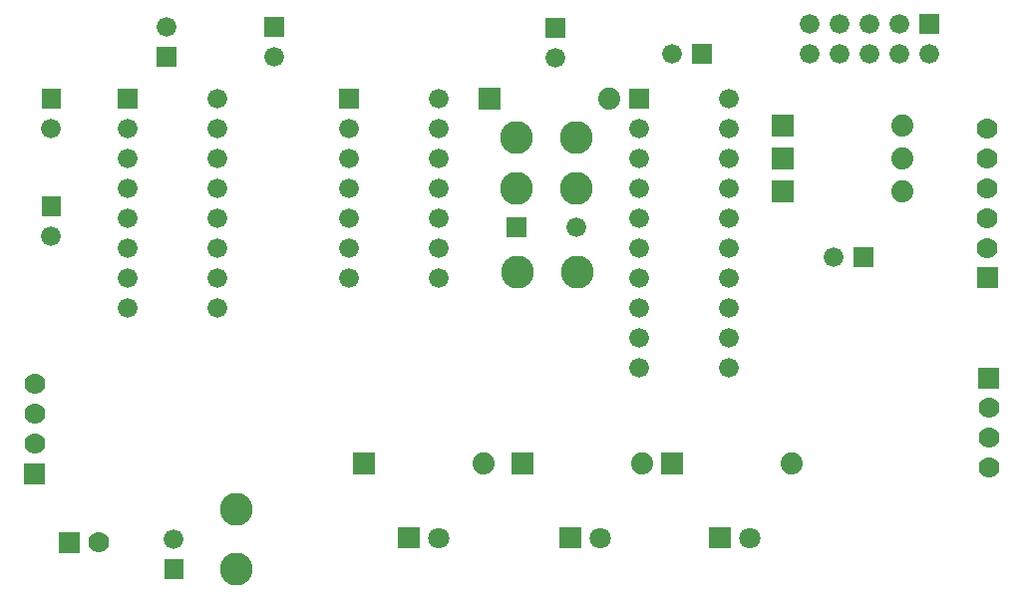
<source format=gbs>
G04 start of page 8 for group -4062 idx -4062 *
G04 Title: (unknown), soldermask *
G04 Creator: pcb 20110918 *
G04 CreationDate: Thu 23 Oct 2014 13:36:36 GMT UTC *
G04 For: ksarkies *
G04 Format: Gerber/RS-274X *
G04 PCB-Dimensions: 350000 210000 *
G04 PCB-Coordinate-Origin: lower left *
%MOIN*%
%FSLAX25Y25*%
%LNBOTTOMMASK*%
%ADD122C,0.0700*%
%ADD121C,0.0710*%
%ADD120C,0.0740*%
%ADD119C,0.0660*%
%ADD118C,0.1100*%
%ADD117C,0.0001*%
G54D117*G36*
X238200Y188800D02*Y182200D01*
X244800D01*
Y188800D01*
X238200D01*
G37*
G54D118*X179500Y140500D03*
X199500D03*
G54D117*G36*
X176200Y130800D02*Y124200D01*
X182800D01*
Y130800D01*
X176200D01*
G37*
G36*
X166800Y174200D02*Y166800D01*
X174200D01*
Y174200D01*
X166800D01*
G37*
G54D119*X153500Y130500D03*
Y140500D03*
Y150500D03*
Y160500D03*
Y170500D03*
G54D118*X179500Y157500D03*
X199500D03*
G54D119*X49500Y140500D03*
Y130500D03*
Y120500D03*
Y110500D03*
Y100500D03*
X79500D03*
Y110500D03*
G54D117*G36*
X20700Y173800D02*Y167200D01*
X27300D01*
Y173800D01*
X20700D01*
G37*
G54D119*X24000Y160500D03*
G54D117*G36*
X20700Y137800D02*Y131200D01*
X27300D01*
Y137800D01*
X20700D01*
G37*
G54D119*X24000Y124500D03*
X79500Y120500D03*
Y130500D03*
Y140500D03*
G54D117*G36*
X46200Y173800D02*Y167200D01*
X52800D01*
Y173800D01*
X46200D01*
G37*
G54D119*X49500Y160500D03*
Y150500D03*
X79500D03*
Y160500D03*
Y170500D03*
G54D117*G36*
X95200Y197800D02*Y191200D01*
X101800D01*
Y197800D01*
X95200D01*
G37*
G54D119*X98500Y184500D03*
G54D117*G36*
X59200Y187800D02*Y181200D01*
X65800D01*
Y187800D01*
X59200D01*
G37*
G54D119*X62500Y194500D03*
G54D117*G36*
X120200Y173800D02*Y167200D01*
X126800D01*
Y173800D01*
X120200D01*
G37*
G54D119*X123500Y160500D03*
Y150500D03*
Y140500D03*
Y130500D03*
Y120500D03*
G54D117*G36*
X177800Y52200D02*Y44800D01*
X185200D01*
Y52200D01*
X177800D01*
G37*
G36*
X124800D02*Y44800D01*
X132200D01*
Y52200D01*
X124800D01*
G37*
G54D120*X168500Y48500D03*
G54D117*G36*
X243950Y27050D02*Y19950D01*
X251050D01*
Y27050D01*
X243950D01*
G37*
G54D121*X257500Y23500D03*
G54D117*G36*
X139950Y27050D02*Y19950D01*
X147050D01*
Y27050D01*
X139950D01*
G37*
G54D121*X153500Y23500D03*
G54D117*G36*
X193950Y27050D02*Y19950D01*
X201050D01*
Y27050D01*
X193950D01*
G37*
G54D121*X207500Y23500D03*
G54D118*X180000Y112500D03*
G54D119*X123500Y110500D03*
X153500D03*
Y120500D03*
G54D117*G36*
X26500Y25500D02*Y18500D01*
X33500D01*
Y25500D01*
X26500D01*
G37*
G54D122*X40000Y22000D03*
G54D117*G36*
X61700Y16300D02*Y9700D01*
X68300D01*
Y16300D01*
X61700D01*
G37*
G54D119*X65000Y23000D03*
G54D117*G36*
X15000Y48500D02*Y41500D01*
X22000D01*
Y48500D01*
X15000D01*
G37*
G54D122*X18500Y55000D03*
Y65000D03*
Y75000D03*
G54D118*X86000Y33000D03*
Y13000D03*
G54D119*X220500Y110500D03*
X250500D03*
G54D118*X200000Y112500D03*
G54D119*X220500Y100500D03*
X250500D03*
X220500Y90500D03*
Y80500D03*
X250500D03*
Y90500D03*
G54D117*G36*
X227800Y52200D02*Y44800D01*
X235200D01*
Y52200D01*
X227800D01*
G37*
G54D120*X271500Y48500D03*
X221500D03*
G54D117*G36*
X217200Y173800D02*Y167200D01*
X223800D01*
Y173800D01*
X217200D01*
G37*
G54D119*X220500Y160500D03*
Y150500D03*
Y140500D03*
Y130500D03*
G54D117*G36*
X264800Y154200D02*Y146800D01*
X272200D01*
Y154200D01*
X264800D01*
G37*
G54D119*X250500Y150500D03*
Y160500D03*
Y170500D03*
G54D117*G36*
X264800Y165200D02*Y157800D01*
X272200D01*
Y165200D01*
X264800D01*
G37*
G36*
Y143200D02*Y135800D01*
X272200D01*
Y143200D01*
X264800D01*
G37*
G54D119*X220500Y120500D03*
X250500D03*
Y130500D03*
Y140500D03*
X231500Y185500D03*
G54D117*G36*
X189200Y197300D02*Y190700D01*
X195800D01*
Y197300D01*
X189200D01*
G37*
G54D119*X192500Y184000D03*
X199500Y127500D03*
G54D120*X210500Y170500D03*
X308500Y150500D03*
Y161500D03*
G54D117*G36*
X292200Y120800D02*Y114200D01*
X298800D01*
Y120800D01*
X292200D01*
G37*
G54D119*X285500Y117500D03*
G54D120*X308500Y139500D03*
G54D117*G36*
X314200Y198800D02*Y192200D01*
X320800D01*
Y198800D01*
X314200D01*
G37*
G54D119*X317500Y185500D03*
X307500Y195500D03*
Y185500D03*
X297500Y195500D03*
Y185500D03*
X287500Y195500D03*
Y185500D03*
X277500Y195500D03*
Y185500D03*
G54D117*G36*
X334000Y80500D02*Y73500D01*
X341000D01*
Y80500D01*
X334000D01*
G37*
G54D122*X337500Y67000D03*
Y57000D03*
Y47000D03*
G54D117*G36*
X333500Y114000D02*Y107000D01*
X340500D01*
Y114000D01*
X333500D01*
G37*
G54D122*X337000Y120500D03*
Y130500D03*
Y140500D03*
Y150500D03*
Y160500D03*
M02*

</source>
